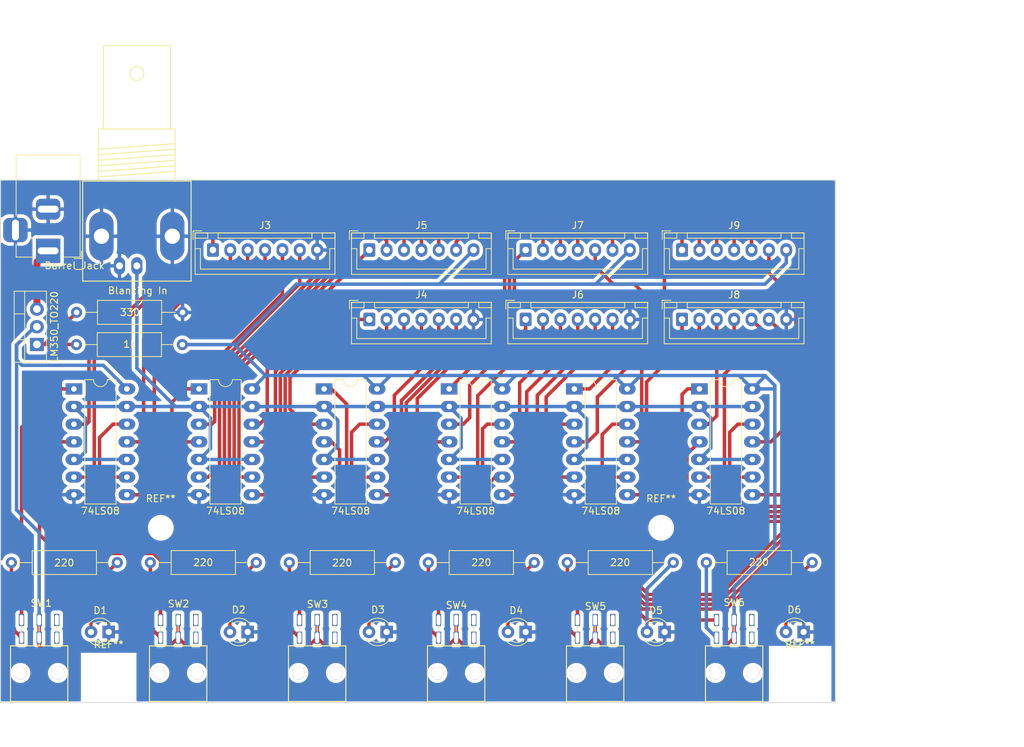
<source format=kicad_pcb>
(kicad_pcb (version 20221018) (generator pcbnew)
  (layers (0 "F.Cu" signal) (31 "B.Cu" signal) (34 "B.Paste" user) (35 "F.Paste" user) (36 "B.SilkS" user "B.Silkscreen") (37 "F.SilkS" user "F.Silkscreen") (38 "B.Mask" user) (39 "F.Mask" user) (44 "Edge.Cuts" user))
  (net 0 "")
  (net 1 "GNDREF")
  (net 2 "Net-(D1-Pad2)")
  (net 3 "Net-(D2-Pad2)")
  (net 4 "Net-(D3-Pad2)")
  (net 5 "Net-(D4-Pad2)")
  (net 6 "Net-(D5-Pad2)")
  (net 7 "Net-(D6-Pad2)")
  (net 8 "+9V")
  (net 9 "Blanking_In")
  (net 10 "Blanking_Out1")
  (net 11 "Blanking_Out2")
  (net 12 "Blanking_Out3")
  (net 13 "Blanking_Out4")
  (net 14 "Blanking_Out5")
  (net 15 "Blanking_Out6")
  (net 16 "Blanking_Out7")
  (net 17 "Blanking_Out8")
  (net 18 "Blanking_Out9")
  (net 19 "Blanking_Out10")
  (net 20 "Blanking_Out11")
  (net 21 "Blanking_Out12")
  (net 22 "On_7")
  (net 23 "On_8")
  (net 24 "On_9")
  (net 25 "On_10")
  (net 26 "On_11")
  (net 27 "On_12")
  (net 28 "5V")
  (net 29 "Blanking_Out13")
  (net 30 "Blanking_Out14")
  (net 31 "Blanking_Out15")
  (net 32 "Blanking_Out16")
  (net 33 "Blanking_Out17")
  (net 34 "Blanking_Out18")
  (net 35 "On_13")
  (net 36 "On_14")
  (net 37 "On_15")
  (net 38 "On_16")
  (net 39 "On_17")
  (net 40 "On_18")
  (net 41 "Blanking_Out19")
  (net 42 "Blanking_Out20")
  (net 43 "Blanking_Out21")
  (net 44 "Blanking_Out22")
  (net 45 "Blanking_Out23")
  (net 46 "Blanking_Out24")
  (net 47 "On_19")
  (net 48 "On_20")
  (net 49 "On_21")
  (net 50 "On_22")
  (net 51 "On_23")
  (net 52 "On_24")
  (net 53 "Net-(SW1-Pad4)")
  (net 54 "Net-(SW2-Pad4)")
  (net 55 "Net-(SW3-Pad4)")
  (net 56 "Net-(SW4-Pad4)")
  (net 57 "Net-(SW5-Pad4)")
  (net 58 "Net-(SW6-Pad4)")
  (net 59 "Net-(R98-Pad1)")
  (net 62 "On_1")
  (net 65 "On_2")
  (net 68 "On_3")
  (net 71 "On_4")
  (net 74 "On_5")
  (net 77 "On_6")
  (footprint "Resistor_THT:R_Axial_DIN0309_L9.0mm_D3.2mm_P15.24mm_Horizontal" (layer "F.Cu") (at 51 130)
    (fp_text reference "R2")
    (fp_text value "220")
  )
  (footprint "LED_THT:LED_D3.0mm" (layer "F.Cu") (at 65 140 180)
    (fp_text reference "D2")
    (fp_text value "LED")
  )
  (footprint "MountingHole:MountingHole_3.2mm_M3" (layer "F.Cu") (at 45 146)
    (fp_text reference "REF**")
    (fp_text value "MountingHole_3.2mm_M3")
  )
  (footprint "Package_DIP:DIP-14_W7.62mm_LongPads" (layer "F.Cu") (at 94 105)
    (fp_text reference "U4" hide)
    (fp_text value "74LS08")
  )
  (footprint "Maxime:maxi_DPDT_Angled" (layer "F.Cu") (at 115 150)
    (fp_text reference "SW5")
    (fp_text value "SW_Push_DPDT" hide)
  )
  (footprint "Resistor_THT:R_Axial_DIN0309_L9.0mm_D3.2mm_P15.24mm_Horizontal" (layer "F.Cu") (at 40.386 93.98)
    (fp_text reference "R99" hide)
    (fp_text value "330")
  )
  (footprint "LED_THT:LED_D3.0mm" (layer "F.Cu") (at 125 140 180)
    (fp_text reference "D5")
    (fp_text value "LED")
  )
  (footprint "LED_THT:LED_D3.0mm" (layer "F.Cu") (at 145 140 180)
    (fp_text reference "D6")
    (fp_text value "LED")
  )
  (footprint "Package_DIP:DIP-14_W7.62mm_LongPads" (layer "F.Cu") (at 112 105)
    (fp_text reference "U5" hide)
    (fp_text value "74LS08")
  )
  (footprint "Package_DIP:DIP-14_W7.62mm_LongPads" (layer "F.Cu") (at 58 105)
    (fp_text reference "U2" hide)
    (fp_text value "74LS08")
  )
  (footprint "Maxime:BNC_Socket_TYCO-AMP_LargePads" (layer "F.Cu") (at 49.06 82.27979)
    (fp_text reference "J2" hide)
    (fp_text value "Blanking In")
  )
  (footprint "Maxime:maxi_DPDT_Angled" (layer "F.Cu") (at 55 150)
    (fp_text reference "SW2")
    (fp_text value "SW_Push_DPDT" hide)
  )
  (footprint "Maxime:maxi_DPDT_Angled" (layer "F.Cu") (at 95 150)
    (fp_text reference "SW4")
    (fp_text value "SW_Push_DPDT" hide)
  )
  (footprint "Resistor_THT:R_Axial_DIN0309_L9.0mm_D3.2mm_P15.24mm_Horizontal" (layer "F.Cu") (at 40.36 98.62)
    (fp_text reference "R98" hide)
    (fp_text value "1k")
  )
  (footprint "Maxime:maxi_DPDT_Angled" (layer "F.Cu") (at 75 150)
    (fp_text reference "SW3")
    (fp_text value "SW_Push_DPDT" hide)
  )
  (footprint "Connector_JST:JST_XH_B7B-XH-A_1x07_P2.50mm_Vertical" (layer "F.Cu") (at 105 95)
    (fp_text reference "J6")
    (fp_text value "JST 7 ")
  )
  (footprint "Resistor_THT:R_Axial_DIN0309_L9.0mm_D3.2mm_P15.24mm_Horizontal" (layer "F.Cu") (at 91 130)
    (fp_text reference "R4")
    (fp_text value "220")
  )
  (footprint "Package_DIP:DIP-14_W7.62mm_LongPads" (layer "F.Cu") (at 40 105)
    (fp_text reference "U1" hide)
    (fp_text value "74LS08")
  )
  (footprint "Resistor_THT:R_Axial_DIN0309_L9.0mm_D3.2mm_P15.24mm_Horizontal" (layer "F.Cu") (at 71 130)
    (fp_text reference "R3")
    (fp_text value "220")
  )
  (footprint "MountingHole:MountingHole_3.2mm_M3" (layer "F.Cu") (at 144.5 146)
    (fp_text reference "REF**")
    (fp_text value "MountingHole_3.2mm_M3")
  )
  (footprint "LED_THT:LED_D3.0mm" (layer "F.Cu") (at 45 140 180)
    (fp_text reference "D1")
    (fp_text value "LED")
  )
  (footprint "MountingHole:MountingHole_3.2mm_M3" (layer "F.Cu") (at 52.5 125)
    (fp_text reference "REF**")
    (fp_text value "MountingHole_3.2mm_M3")
  )
  (footprint "Resistor_THT:R_Axial_DIN0309_L9.0mm_D3.2mm_P15.24mm_Horizontal" (layer "F.Cu") (at 111 130)
    (fp_text reference "R5")
    (fp_text value "220")
  )
  (footprint "Maxime:maxi_DPDT_Angled" (layer "F.Cu") (at 35 150)
    (fp_text reference "SW1")
    (fp_text value "SW_Push_DPDT" hide)
  )
  (footprint "Connector_JST:JST_XH_B7B-XH-A_1x07_P2.50mm_Vertical" (layer "F.Cu") (at 127.5 95)
    (fp_text reference "J8")
    (fp_text value "JST 7 ")
  )
  (footprint "MountingHole:MountingHole_3.2mm_M3" (layer "F.Cu") (at 124.5 125)
    (fp_text reference "REF**")
    (fp_text value "MountingHole_3.2mm_M3")
  )
  (footprint "Connector_JST:JST_XH_B7B-XH-A_1x07_P2.50mm_Vertical" (layer "F.Cu") (at 105 85)
    (fp_text reference "J7")
    (fp_text value "JST 7 ")
  )
  (footprint "Connector_BarrelJack:BarrelJack_Horizontal" (layer "F.Cu") (at 36.2875 85.12 -90)
    (fp_text reference "J1" hide)
    (fp_text value "Barrel_Jack")
  )
  (footprint "Connector_JST:JST_XH_B7B-XH-A_1x07_P2.50mm_Vertical" (layer "F.Cu") (at 127.5 85)
    (fp_text reference "J9")
    (fp_text value "JST 7 ")
  )
  (footprint "Connector_JST:JST_XH_B7B-XH-A_1x07_P2.50mm_Vertical" (layer "F.Cu") (at 60 85)
    (fp_text reference "J3")
    (fp_text value "JST 7 ")
  )
  (footprint "LED_THT:LED_D3.0mm" (layer "F.Cu") (at 105 140 180)
    (fp_text reference "D4")
    (fp_text value "LED")
  )
  (footprint "Resistor_THT:R_Axial_DIN0309_L9.0mm_D3.2mm_P15.24mm_Horizontal" (layer "F.Cu") (at 131 130)
    (fp_text reference "R6")
    (fp_text value "220")
  )
  (footprint "Package_DIP:DIP-14_W7.62mm_LongPads" (layer "F.Cu") (at 130 105)
    (fp_text reference "U6")
    (fp_text value "74LS08")
  )
  (footprint "Maxime:maxi_DPDT_Angled" (layer "F.Cu") (at 135 150)
    (fp_text reference "SW6")
    (fp_text value "SW_Push_DPDT" hide)
  )
  (footprint "LED_THT:LED_D3.0mm" (layer "F.Cu") (at 85 140 180)
    (fp_text reference "D3")
    (fp_text value "LED")
  )
  (footprint "Connector_JST:JST_XH_B7B-XH-A_1x07_P2.50mm_Vertical" (layer "F.Cu") (at 82.5 95)
    (fp_text reference "J4")
    (fp_text value "JST 7 ")
  )
  (footprint "Package_DIP:DIP-14_W7.62mm_LongPads" (layer "F.Cu") (at 76 105)
    (fp_text reference "U3" hide)
    (fp_text value "74LS08")
  )
  (footprint "Package_TO_SOT_THT:TO-220-3_Vertical" (layer "F.Cu") (at 34.675 98.59 90)
    (fp_text reference "U0")
    (fp_text value "LM350_TO220")
  )
  (footprint "Connector_JST:JST_XH_B7B-XH-A_1x07_P2.50mm_Vertical" (layer "F.Cu") (at 82.5 85)
    (fp_text reference "J5")
    (fp_text value "JST 7 ")
  )
  (footprint "Resistor_THT:R_Axial_DIN0309_L9.0mm_D3.2mm_P15.24mm_Horizontal" (layer "F.Cu") (at 31 130)
    (fp_text reference "R1")
    (fp_text value "220")
  )
  (gr_rect (start 29.4132 74.93) (end 149.606 150.1648) (stroke (width 0.1)) (fill none) (layer "Edge.Cuts"))
  (segment (start 42.46 133.78) (end 46.24 130) (width 0.5) (layer "F.Cu") (net 2))
  (segment (start 42.46 140) (end 42.46 133.78) (width 0.5) (layer "F.Cu") (net 2))
  (segment (start 62.46 140) (end 62.46 133.78) (width 0.5) (layer "F.Cu") (net 3))
  (segment (start 62.46 133.78) (end 66.24 130) (width 0.5) (layer "F.Cu") (net 3))
  (segment (start 82.46 140) (end 82.46 133.78) (width 0.5) (layer "F.Cu") (net 4))
  (segment (start 82.46 133.78) (end 86.24 130) (width 0.5) (layer "F.Cu") (net 4))
  (segment (start 102.46 140) (end 102.46 133.78) (width 0.5) (layer "F.Cu") (net 5))
  (segment (start 102.46 133.78) (end 106.24 130) (width 0.5) (layer "F.Cu") (net 5))
  (segment (start 122.46 133.78) (end 126.24 130) (width 0.5) (layer "B.Cu") (net 6))
  (segment (start 122.46 140) (end 122.46 133.78) (width 0.5) (layer "B.Cu") (net 6))
  (segment (start 142.46 140) (end 142.46 133.78) (width 0.5) (layer "F.Cu") (net 7))
  (segment (start 142.46 133.78) (end 146.24 130) (width 0.5) (layer "F.Cu") (net 7))
  (segment (start 34.675 86.7325) (end 36.2875 85.12) (width 1) (layer "F.Cu") (net 8))
  (segment (start 34.675 93.51) (end 34.675 86.7325) (width 1) (layer "F.Cu") (net 8))
  (segment (start 94 115.16) (end 101.62 115.16) (width 0.5) (layer "B.Cu") (net 9))
  (segment (start 94 107.54) (end 95.719 109.259) (width 0.5) (layer "B.Cu") (net 9))
  (segment (start 76 115.16) (end 83.62 115.16) (width 0.5) (layer "B.Cu") (net 9))
  (segment (start 59.64952 113.57848) (end 59.64952 109.18952) (width 0.5) (layer "B.Cu") (net 9))
  (segment (start 94 115.16) (end 94.058 115.16) (width 0.5) (layer "B.Cu") (net 9))
  (segment (start 113.792 113.368) (end 112 115.16) (width 0.5) (layer "B.Cu") (net 9))
  (segment (start 131.64952 113.51048) (end 130 115.16) (width 0.5) (layer "B.Cu") (net 9))
  (segment (start 47.62 115.16) (end 40 115.16) (width 0.5) (layer "B.Cu") (net 9))
  (segment (start 41.64952 114.05248) (end 41.64952 109.18952) (width 0.5) (layer "B.Cu") (net 9))
  (segment (start 113.792 109.332) (end 113.792 113.368) (width 0.5) (layer "B.Cu") (net 9))
  (segment (start 40 115.16) (end 40.542 115.16) (width 0.5) (layer "B.Cu") (net 9))
  (segment (start 77.978 113.182) (end 77.978 109.518) (width 0.5) (layer "B.Cu") (net 9))
  (segment (start 77.978 109.518) (end 76 107.54) (width 0.5) (layer "B.Cu") (net 9))
  (segment (start 93.374 107.54) (end 95 107.54) (width 0.5) (layer "B.Cu") (net 9))
  (segment (start 47.62 107.54) (end 40 107.54) (width 0.5) (layer "B.Cu") (net 9))
  (segment (start 101.62 107.54) (end 94 107.54) (width 0.5) (layer "B.Cu") (net 9))
  (segment (start 95.719 109.259) (end 95.719 113.499) (width 0.5) (layer "B.Cu") (net 9))
  (segment (start 49.06 102) (end 54.6 107.54) (width 0.5) (layer "B.Cu") (net 9))
  (segment (start 130 107.54) (end 119.62 107.54) (width 0.5) (layer "B.Cu") (net 9))
  (segment (start 58 115.16) (end 65.62 115.16) (width 0.5) (layer "B.Cu") (net 9))
  (segment (start 131.64952 109.18952) (end 131.64952 113.51048) (width 0.5) (layer "B.Cu") (net 9))
  (segment (start 130 115.16) (end 137.62 115.16) (width 0.5) (layer "B.Cu") (net 9))
  (segment (start 40.542 115.16) (end 41.64952 114.05248) (width 0.5) (layer "B.Cu") (net 9))
  (segment (start 94.058 115.16) (end 95.719 113.499) (width 0.5) (layer "B.Cu") (net 9))
  (segment (start 130 107.54) (end 131.64952 109.18952) (width 0.5) (layer "B.Cu") (net 9))
  (segment (start 112 107.54) (end 101.62 107.54) (width 0.5) (layer "B.Cu") (net 9))
  (segment (start 76 115.16) (end 77.978 113.182) (width 0.5) (layer "B.Cu") (net 9))
  (segment (start 41.64952 109.18952) (end 40 107.54) (width 0.5) (layer "B.Cu") (net 9))
  (segment (start 112 107.54) (end 113.792 109.332) (width 0.5) (layer "B.Cu") (net 9))
  (segment (start 59.64952 109.18952) (end 59.304 108.844) (width 0.5) (layer "B.Cu") (net 9))
  (segment (start 58 107.54) (end 47.62 107.54) (width 0.5) (layer "B.Cu") (net 9))
  (segment (start 65.62 107.54) (end 58 107.54) (width 0.5) (layer "B.Cu") (net 9))
  (segment (start 94 107.54) (end 83.62 107.54) (width 0.5) (layer "B.Cu") (net 9))
  (segment (start 76 107.54) (end 65.62 107.54) (width 0.5) (layer "B.Cu") (net 9))
  (segment (start 58.068 115.16) (end 59.64952 113.57848) (width 0.5) (layer "B.Cu") (net 9))
  (segment (start 130 107.54) (end 137.62 107.54) (width 0.5) (layer "B.Cu") (net 9))
  (segment (start 82.62 115.16) (end 84.172 115.16) (width 0.5) (layer "B.Cu") (net 9))
  (segment (start 58 115.16) (end 58.068 115.16) (width 0.5) (layer "B.Cu") (net 9))
  (segment (start 112 115.16) (end 119.62 115.16) (width 0.5) (layer "B.Cu") (net 9))
  (segment (start 82.62 107.54) (end 83.918 107.54) (width 0.5) (layer "B.Cu") (net 9))
  (segment (start 76 107.54) (end 83.62 107.54) (width 0.5) (layer "B.Cu") (net 9))
  (segment (start 62.62 115.16) (end 64.164 115.16) (width 0.5) (layer "B.Cu") (net 9))
  (segment (start 49.06 87.28105) (end 49.06 102) (width 0.5) (layer "B.Cu") (net 9))
  (segment (start 119.62 107.54) (end 112 107.54) (width 0.5) (layer "B.Cu") (net 9))
  (segment (start 58 107.54) (end 59.304 108.844) (width 0.5) (layer "B.Cu") (net 9))
  (segment (start 95 115.16) (end 93.57 115.16) (width 0.5) (layer "B.Cu") (net 9))
  (segment (start 54.6 107.54) (end 58 107.54) (width 0.5) (layer "B.Cu") (net 9))
  (segment (start 51.054 78.994) (end 52.07 77.978) (width 0.5) (layer "F.Cu") (net 10))
  (segment (start 52.07 77.978) (end 58.928 77.978) (width 0.5) (layer "F.Cu") (net 10))
  (segment (start 40.85848 110.08) (end 40 110.08) (width 0.5) (layer "F.Cu") (net 10))
  (segment (start 58.928 77.978) (end 60 79.05) (width 0.5) (layer "F.Cu") (net 10))
  (segment (start 51.054 90.678) (end 51.054 78.994) (width 0.5) (layer "F.Cu") (net 10))
  (segment (start 41.812 110.08) (end 40 110.08) (width 0.5) (layer "F.Cu") (net 10))
  (segment (start 42.164 99.568) (end 42.164 109.728) (width 0.5) (layer "F.Cu") (net 10))
  (segment (start 42.291 99.441) (end 42.164 99.568) (width 0.5) (layer "F.Cu") (net 10))
  (segment (start 42.291 99.441) (end 51.054 90.678) (width 0.5) (layer "F.Cu") (net 10))
  (segment (start 42.164 109.728) (end 41.812 110.08) (width 0.5) (layer "F.Cu") (net 10))
  (segment (start 60 79.05) (end 60 85) (width 0.5) (layer "F.Cu") (net 10))
  (segment (start 61.214 87.884) (end 62.5 86.598) (width 0.5) (layer "F.Cu") (net 11))
  (segment (start 42.066 117.7) (end 42.926 116.84) (width 0.5) (layer "F.Cu") (net 11))
  (segment (start 42.926 116.84) (end 42.926 99.822) (width 0.5) (layer "F.Cu") (net 11))
  (segment (start 62.5 86.598) (end 62.5 85) (width 0.5) (layer "F.Cu") (net 11))
  (segment (start 54.83727 87.884) (end 61.214 87.884) (width 0.5) (layer "F.Cu") (net 11))
  (segment (start 42.912635 99.808635) (end 54.83727 87.884) (width 0.5) (layer "F.Cu") (net 11))
  (segment (start 40 117.7) (end 42.066 117.7) (width 0.5) (layer "F.Cu") (net 11))
  (segment (start 42.926 99.822) (end 42.912635 99.808635) (width 0.5) (layer "F.Cu") (net 11))
  (segment (start 49.432 112.62) (end 50.038 112.014) (width 0.5) (layer "F.Cu") (net 12))
  (segment (start 65 87.4) (end 65 85) (width 0.5) (layer "F.Cu") (net 12))
  (segment (start 50.038 97.800924) (end 55.636924 92.202) (width 0.5) (layer "F.Cu") (net 12))
  (segment (start 60.198 92.202) (end 65 87.4) (width 0.5) (layer "F.Cu") (net 12))
  (segment (start 55.636924 92.202) (end 60.198 92.202) (width 0.5) (layer "F.Cu") (net 12))
  (segment (start 47.62 112.62) (end 49.432 112.62) (width 0.5) (layer "F.Cu") (net 12))
  (segment (start 50.038 112.014) (end 50.038 97.800924) (width 0.5) (layer "F.Cu") (net 12))
  (segment (start 67.5 87.82) (end 67.5 85) (width 0.5) (layer "F.Cu") (net 13))
  (segment (start 50.448 120.24) (end 51.562 119.126) (width 0.5) (layer "F.Cu") (net 13))
  (segment (start 59.054 96.266) (end 67.5 87.82) (width 0.5) (layer "F.Cu") (net 13))
  (segment (start 47.62 120.24) (end 50.448 120.24) (width 0.5) (layer "F.Cu") (net 13))
  (segment (start 51.562 99.06) (end 54.356 96.266) (width 0.5) (layer "F.Cu") (net 13))
  (segment (start 51.562 119.126) (end 51.562 99.06) (width 0.5) (layer "F.Cu") (net 13))
  (segment (start 54.356 96.266) (end 59.054 96.266) (width 0.5) (layer "F.Cu") (net 13))
  (segment (start 70 91.34346) (end 70 85) (width 0.5) (layer "F.Cu") (net 14))
  (segment (start 60.256401 109.669599) (end 60.256401 101.087059) (width 0.5) (layer "F.Cu") (net 14))
  (segment (start 59.846 110.08) (end 60.256401 109.669599) (width 0.5) (layer "F.Cu") (net 14))
  (segment (start 60.256401 101.087059) (end 70 91.34346) (width 0.5) (layer "F.Cu") (net 14))
  (segment (start 58 110.08) (end 59.846 110.08) (width 0.5) (layer "F.Cu") (net 14))
  (segment (start 59.338 117.7) (end 60.955921 116.082079) (width 0.5) (layer "F.Cu") (net 15))
  (segment (start 58 117.7) (end 59.338 117.7) (width 0.5) (layer "F.Cu") (net 15))
  (segment (start 60.95592 101.37681) (end 60.955921 116.082079) (width 0.5) (layer "F.Cu") (net 15))
  (segment (start 72.5 85) (end 72.5 89.83273) (width 0.5) (layer "F.Cu") (net 15))
  (segment (start 72.5 89.83273) (end 60.95592 101.37681) (width 0.5) (layer "F.Cu") (net 15))
  (segment (start 68.99552 111.34448) (end 67.72 112.62) (width 0.5) (layer "F.Cu") (net 16))
  (segment (start 68.99552 102.46248) (end 68.99552 111.34448) (width 0.5) (layer "F.Cu") (net 16))
  (segment (start 82.5 95) (end 76.458 95) (width 0.5) (layer "F.Cu") (net 16))
  (segment (start 76.458 95) (end 68.99552 102.46248) (width 0.5) (layer "F.Cu") (net 16))
  (segment (start 67.72 112.62) (end 65.62 112.62) (width 0.5) (layer "F.Cu") (net 16))
  (segment (start 65.62 120.24) (end 68.228 120.24) (width 0.5) (layer "F.Cu") (net 17))
  (segment (start 69.69504 102.75223) (end 73.89527 98.552) (width 0.5) (layer "F.Cu") (net 17))
  (segment (start 68.228 120.24) (end 69.69504 118.77296) (width 0.5) (layer "F.Cu") (net 17))
  (segment (start 85 96.864) (end 85 95) (width 0.5) (layer "F.Cu") (net 17))
  (segment (start 73.89527 98.552) (end 83.312 98.552) (width 0.5) (layer "F.Cu") (net 17))
  (segment (start 83.312 98.552) (end 85 96.864) (width 0.5) (layer "F.Cu") (net 17))
  (segment (start 69.69504 118.77296) (end 69.69504 102.75223) (width 0.5) (layer "F.Cu") (net 17))
  (segment (start 70.39456 116.29544) (end 70.39456 103.04198) (width 0.5) (layer "F.Cu") (net 18))
  (segment (start 85.592 99.314) (end 87.5 97.406) (width 0.5) (layer "F.Cu") (net 18))
  (segment (start 70.39456 103.04198) (end 74.12254 99.314) (width 0.5) (layer "F.Cu") (net 18))
  (segment (start 87.5 97.406) (end 87.5 95) (width 0.5) (layer "F.Cu") (net 18))
  (segment (start 71.79912 117.7) (end 70.39456 116.29544) (width 0.5) (layer "F.Cu") (net 18))
  (segment (start 76 117.7) (end 71.79912 117.7) (width 0.5) (layer "F.Cu") (net 18))
  (segment (start 74.12254 99.314) (end 85.592 99.314) (width 0.5) (layer "F.Cu") (net 18))
  (segment (start 90 95) (end 90 97.112) (width 0.5) (layer "F.Cu") (net 19))
  (segment (start 87.098481 100.013519) (end 74.412291 100.013519) (width 0.5) (layer "F.Cu") (net 19))
  (segment (start 71.09408 103.33173) (end 71.09408 107.92408) (width 0.5) (layer "F.Cu") (net 19))
  (segment (start 73.25 110.08) (end 76 110.08) (width 0.5) (layer "F.Cu") (net 19))
  (segment (start 74.412291 100.013519) (end 71.09408 103.33173) (width 0.5) (layer "F.Cu") (net 19))
  (segment (start 71.09408 107.92408) (end 73.25 110.08) (width 0.5) (layer "F.Cu") (net 19))
  (segment (start 90 97.112) (end 87.098481 100.013519) (width 0.5) (layer "F.Cu") (net 19))
  (segment (start 86.106 105.918) (end 86.106 111.252) (width 0.5) (layer "F.Cu") (net 20))
  (segment (start 84.738 112.62) (end 83.62 112.62) (width 0.5) (layer "F.Cu") (net 20))
  (segment (start 92.5 99.524) (end 86.106 105.918) (width 0.5) (layer "F.Cu") (net 20))
  (segment (start 86.106 111.252) (end 84.738 112.62) (width 0.5) (layer "F.Cu") (net 20))
  (segment (start 92.5 95) (end 92.5 99.524) (width 0.5) (layer "F.Cu") (net 20))
  (segment (start 86.262 120.24) (end 83.62 120.24) (width 0.5) (layer "F.Cu") (net 21))
  (segment (start 87.122 106.68) (end 87.122 119.38) (width 0.5) (layer "F.Cu") (net 21))
  (segment (start 95 98.802) (end 87.122 106.68) (width 0.5) (layer "F.Cu") (net 21))
  (segment (start 87.122 119.38) (end 86.262 120.24) (width 0.5) (layer "F.Cu") (net 21))
  (segment (start 95 95) (end 95 98.802) (width 0.5) (layer "F.Cu") (net 21))
  (segment (start 67.818 99.682) (end 67.818 108.966) (width 0.5) (layer "F.Cu") (net 22))
  (segment (start 82.5 85) (end 67.818 99.682) (width 0.5) (layer "F.Cu") (net 22))
  (segment (start 66.704 110.08) (end 65.62 110.08) (width 0.5) (layer "F.Cu") (net 22))
  (segment (start 67.818 108.966) (end 66.704 110.08) (width 0.5) (layer "F.Cu") (net 22))
  (segment (start 85 85) (end 85 83.656) (width 0.5) (layer "F.Cu") (net 23))
  (segment (start 81.534 82.804) (end 80.772 83.566) (width 0.5) (layer "F.Cu") (net 23))
  (segment (start 80.772 83.566) (end 80.772 85.51781) (width 0.5) (layer "F.Cu") (net 23))
  (segment (start 78.572905 87.716905) (end 63.754 102.53581) (width 0.5) (layer "F.Cu") (net 23))
  (segment (start 63.754 117.348) (end 64.106 117.7) (width 0.5) (layer "F.Cu") (net 23))
  (segment (start 78.572905 87.716905) (end 78.80656 87.48325) (width 0.5) (layer "F.Cu") (net 23))
  (segment (start 84.148 82.804) (end 81.534 82.804) (width 0.5) (layer "F.Cu") (net 23))
  (segment (start 63.754 102.53581) (end 63.754 117.348) (width 0.5) (layer "F.Cu") (net 23))
  (segment (start 80.772 85.51781) (end 78.572905 87.716905) (width 0.5) (layer "F.Cu") (net 23))
  (segment (start 64.106 117.7) (end 65.62 117.7) (width 0.5) (layer "F.Cu") (net 23))
  (segment (start 85 83.656) (end 84.148 82.804) (width 0.5) (layer "F.Cu") (net 23))
  (segment (start 63.05448 120.96648) (end 64.77 122.682) (width 0.5) (layer "F.Cu") (net 24))
  (segment (start 81.244249 82.104481) (end 79.98327 83.36546) (width 0.5) (layer "F.Cu") (net 24))
  (segment (start 79.98327 85.31727) (end 63.05448 102.24606) (width 0.5) (layer "F.Cu") (net 24))
  (segment (start 64.77 122.682) (end 76.708 122.682) (width 0.5) (layer "F.Cu") (net 24))
  (segment (start 79.98327 83.36546) (end 79.98327 85.31727) (width 0.5) (layer "F.Cu") (net 24))
  (segment (start 78.232 121.158) (end 78.232 113.792) (width 0.5) (layer "F.Cu") (net 24))
  (segment (start 63.05448 102.24606) (end 63.05448 120.96648) (width 0.5) (layer "F.Cu") (net 24))
  (segment (start 87.5 83.182) (end 86.422481 82.104481) (width 0.5) (layer "F.Cu") (net 24))
  (segment (start 86.422481 82.104481) (end 81.244249 82.104481) (width 0.5) (layer "F.Cu") (net 24))
  (segment (start 78.232 113.792) (end 77.06 112.62) (width 0.5) (layer "F.Cu") (net 24))
  (segment (start 87.5 85) (end 87.5 83.182) (width 0.5) (layer "F.Cu") (net 24))
  (segment (start 77.06 112.62) (end 76 112.62) (width 0.5) (layer "F.Cu") (net 24))
  (segment (start 76.708 122.682) (end 78.232 121.158) (width 0.5) (layer "F.Cu") (net 24))
  (segment (start 76.806 112.62) (end 75 112.62) (width 0.5) (layer "F.Cu") (net 24))
  (segment (start 75 105) (end 76.806 105) (width 0.5) (layer "F.Cu") (net 25))
  (segment (start 79.248 121.13127) (end 79.248 107.188) (width 0.5) (layer "F.Cu") (net 25))
  (segment (start 76.997751 123.381519) (end 79.248 121.13127) (width 0.5) (layer "F.Cu") (net 25))
  (segment (start 77.075635 87.235635) (end 77.40752 86.90375) (width 0.5) (layer "F.Cu") (net 25))
  (segment (start 90 85) (end 90 82.38) (width 0.5) (layer "F.Cu") (net 25))
  (segment (start 65.594481 123.381519) (end 76.997751 123.381519) (width 0.5) (layer "F.Cu") (net 25))
  (segment (start 90 82.38) (end 89.024961 81.404961) (width 0.5) (layer "F.Cu") (net 25))
  (segment (start 64.48025 123.38152) (end 65.594481 123.381519) (width 0.5) (layer "F.Cu") (net 25))
  (segment (start 77.06 105) (end 76 105) (width 0.5) (layer "F.Cu") (net 25))
  (segment (start 62.35496 101.95631) (end 62.35496 121.25623) (width 0.5) (layer "F.Cu") (net 25))
  (segment (start 89.024961 81.404961) (end 80.954499 81.404961) (width 0.5) (layer "F.Cu") (net 25))
  (segment (start 79.248 107.188) (end 77.06 105) (width 0.5) (layer "F.Cu") (net 25))
  (segment (start 79.234635 83.124825) (end 79.234635 85.076635) (width 0.5) (layer "F.Cu") (net 25))
  (segment (start 62.35496 121.25623) (end 64.48025 123.38152) (width 0.5) (layer "F.Cu") (net 25))
  (segment (start 79.234635 85.076635) (end 77.075635 87.235635) (width 0.5) (layer "F.Cu") (net 25))
  (segment (start 77.075635 87.235635) (end 62.35496 101.95631) (width 0.5) (layer "F.Cu") (net 25))
  (segment (start 80.954499 81.404961) (end 79.234635 83.124825) (width 0.5) (layer "F.Cu") (net 25))
  (segment (start 80.664749 80.705441) (end 78.535116 82.835074) (width 0.5) (layer "F.Cu") (net 26))
  (segment (start 79.94752 111.252) (end 81.11952 110.08) (width 0.5) (layer "F.Cu") (net 26))
  (segment (start 92.5 85) (end 92.5 82.252) (width 0.5) (layer "F.Cu") (net 26))
  (segment (start 78.535115 84.786885) (end 61.65544 101.66656) (width 0.5) (layer "F.Cu") (net 26))
  (segment (start 78.535116 82.835074) (end 78.535115 84.786885) (width 0.5) (layer "F.Cu") (net 26))
  (segment (start 81.11952 110.08) (end 83.62 110.08) (width 0.5) (layer "F.Cu") (net 26))
  (segment (start 79.94752 121.42102) (end 79.94752 111.252) (width 0.5) (layer "F.Cu") (net 26))
  (segment (start 64.1905 124.08104) (end 77.287501 124.081039) (width 0.5) (layer "F.Cu") (net 26))
  (segment (start 90.953441 80.705441) (end 80.664749 80.705441) (width 0.5) (layer "F.Cu") (net 26))
  (segment (start 77.287501 124.081039) (end 79.94752 121.42102) (width 0.5) (layer "F.Cu") (net 26))
  (segment (start 61.65544 101.66656) (end 61.65544 121.54598) (width 0.5) (layer "F.Cu") (net 26))
  (segment (start 61.65544 121.54598) (end 64.1905 124.08104) (width 0.5) (layer "F.Cu") (net 26))
  (segment (start 92.5 82.252) (end 90.953441 80.705441) (width 0.5) (layer "F.Cu") (net 26))
  (segment (start 80.772 121.158) (end 80.772 118.364) (width 0.5) (layer "F.Cu") (net 27))
  (segment (start 96.52 82.296) (end 95 83.816) (width 0.5) (layer "F.Cu") (net 27))
  (segment (start 100.076 94.742) (end 87.82152 106.99648) (width 0.5) (layer "F.Cu") (net 27))
  (segment (start 85.09 122.682) (end 82.296 122.682) (width 0.5) (layer "F.Cu") (net 27))
  (segment (start 81.436 117.7) (end 83.62 117.7) (width 0.5) (layer "F.Cu") (net 27))
  (segment (start 101.97896 83.94496) (end 100.33 82.296) (width 0.5) (layer "F.Cu") (net 27))
  (segment (start 87.82152 119.95048) (end 85.09 122.682) (width 0.5) (layer "F.Cu") (net 27))
  (segment (start 100.076 94.742) (end 100.897458 93.920542) (width 0.5) (layer "F.Cu") (net 27))
  (segment (start 101.97896 92.83904) (end 101.97896 83.94496) (width 0.5) (layer "F.Cu") (net 27))
  (segment (start 100.33 82.296) (end 96.52 82.296) (width 0.5) (layer "F.Cu") (net 27))
  (segment (start 100.076 94.742) (end 101.97896 92.83904) (width 0.5) (layer "F.Cu") (net 27))
  (segment (start 82.296 122.682) (end 80.772 121.158) (width 0.5) (layer "F.Cu") (net 27))
  (segment (start 87.82152 106.99648) (end 87.82152 119.95048) (width 0.5) (layer "F.Cu") (net 27))
  (segment (start 80.772 118.364) (end 81.436 117.7) (width 0.5) (layer "F.Cu") (net 27))
  (segment (start 95 83.816) (end 95 85) (width 0.5) (layer "F.Cu") (net 27))
  (segment (start 51.256 143.256) (end 50 142) (width 0.5) (layer "F.Cu") (net 28))
  (segment (start 72.564 143.256) (end 77.436 143.256) (width 0.5) (layer "F.Cu") (net 28))
  (segment (start 135 138.28) (end 135 140.82) (width 0.5) (layer "F.Cu") (net 28))
  (segment (start 52.564 143.256) (end 51.256 143.256) (width 0.5) (layer "F.Cu") (net 28))
  (segment (start 92.637 143.183) (end 95 140.82) (width 0.5) (layer "F.Cu") (net 28))
  (segment (start 52.564 143.256) (end 55 140.82) (width 0.5) (layer "F.Cu") (net 28))
  (segment (start 72.564 143.256) (end 75 140.82) (width 0.5) (layer "F.Cu") (net 28))
  (segment (start 35 141.934) (end 35 140.82) (width 0.5) (layer "F.Cu") (net 28))
  (segment (start 77.436 143.256) (end 92.564 143.256) (width 0.5) (layer "F.Cu") (net 28))
  (segment (start 95 138.28) (end 95 140.82) (width 0.5) (layer "F.Cu") (net 28))
  (segment (start 117.363 143.183) (end 118.291 143.183) (width 0.5) (layer "F.Cu") (net 28))
  (segment (start 118.291 143.183) (end 132.637 143.183) (width 0.5) (layer "F.Cu") (net 28))
  (segment (start 41 142) (end 39.744 143.256) (width 0.5) (layer "F.Cu") (net 28))
  (segment (start 39.744 143.256) (end 36.322 143.256) (width 0.5) (layer "F.Cu") (net 28))
  (segment (start 50 142) (end 41 142) (width 0.5) (layer "F.Cu") (net 28))
  (segment (start 95 140.82) (end 97.363 143.183) (width 0.5) (layer "F.Cu") (net 28))
  (segment (start 92.564 143.256) (end 92.637 143.183) (width 0.5) (layer "F.Cu") (net 28))
  (segment (start 57.436 143.256) (end 72.564 143.256) (width 0.5) (layer "F.Cu") (net 28))
  (segment (start 115 140.82) (end 117.363 143.183) (width 0.5) (layer "F.Cu") (net 28))
  (segment (start 115 138.28) (end 115 140.82) (width 0.5) (layer "F.Cu") (net 28))
  (segment (start 115 140.82) (end 112.637 143.183) (width 0.5) (layer "F.Cu") (net 28))
  (segment (start 92.637 143.183) (end 99.241 143.183) (width 0.5) (layer "F.Cu") (net 28))
  (segment (start 97.363 143.183) (end 99.241 143.183) (width 0.5) (layer "F.Cu") (net 28))
  (segment (start 99.241 143.183) (end 111.833 143.183) (width 0.5) (layer "F.Cu") (net 28))
  (segment (start 35 138.28) (end 35 140.82) (width 0.5) (layer "F.Cu") (net 28))
  (segment (start 55 140.82) (end 57.436 143.256) (width 0.5) (layer "F.Cu") (net 28))
  (segment (start 36.322 143.256) (end 35 141.934) (width 0.5) (layer "F.Cu") (net 28))
  (segment (start 75 138.28) (end 75 140.82) (width 0.5) (layer "F.Cu") (net 28))
  (segment (start 112.637 143.183) (end 111.833 143.183) (width 0.5) (layer "F.Cu") (net 28))
  (segment (start 52.564 143.256) (end 57.436 143.256) (width 0.5) (layer "F.Cu") (net 28))
  (segment (start 55 138.28) (end 55 140.82) (width 0.5) (layer "F.Cu") (net 28))
  (segment (start 75 140.82) (end 77.436 143.256) (width 0.5) (layer "F.Cu") (net 28))
  (segment (start 132.637 143.183) (end 135 140.82) (width 0.5) (layer "F.Cu") (net 28))
  (segment (start 111.833 143.183) (end 118.291 143.183) (width 0.5) (layer "F.Cu") (net 28))
  (segment (start 87.376 89.916) (end 72.018 89.916) (width 0.5) (layer "B.Cu") (net 28))
  (segment (start 63.11 98.62) (end 55.6 98.62) (width 0.5) (layer "B.Cu") (net 28))
  (segment (start 72.018 89.916) (end 63.314 98.62) (width 0.5) (layer "B.Cu") (net 28))
  (segment (start 139.415 103.065) (end 140.857 104.507) (width 0.5) (layer "B.Cu") (net 28))
  (segment (start 134.815 103.065) (end 135.685 103.065) (width 0.5) (layer "B.Cu") (net 28))
  (segment (start 140.857 105.015) (end 140.857 127.621) (width 0.5) (layer "B.Cu") (net 28))
  (segment (start 121.725 103.065) (end 134.815 103.065) (width 0.5) (layer "B.Cu") (net 28))
  (segment (start 87.376 89.916) (end 113.792 89.916) (width 0.5) (layer "B.Cu") (net 28))
  (segment (start 119.62 105) (end 121.555 103.065) (width 0.5) (layer "B.Cu") (net 28))
  (segment (start 92.584 89.916) (end 97.5 85) (width 0.5) (layer "B.Cu") (net 28))
  (segment (start 104.589 103.065) (end 107.891 103.065) (width 0.5) (layer "B.Cu") (net 28))
  (segment (start 121.555 103.065) (end 121.725 103.065) (width 0.5) (layer "B.Cu") (net 28))
  (segment (start 99.119 103.065) (end 99.685 103.065) (width 0.5) (layer "B.Cu") (net 28))
  (segment (start 139.446 89.916) (end 142.5 86.862) (width 0.5) (layer "B.Cu") (net 28))
  (segment (start 71.569 103.065) (end 75.633 103.065) (width 0.5) (layer "B.Cu") (net 28))
  (segment (start 34.363478 96.05) (end 34.675 96.05) (width 0.5) (layer "B.Cu") (net 28))
  (segment (start 44.22 101.6) (end 47.62 105) (width 0.5) (layer "B.Cu") (net 28))
  (segment (start 107.891 103.065) (end 121.725 103.065) (width 0.5) (layer "B.Cu") (net 28))
  (segment (start 135 133.478) (end 135 138.28) (width 0.5) (layer "B.Cu") (net 28))
  (segment (start 85.555 103.065) (end 85.657 103.065) (width 0.5) (layer "B.Cu") (net 28))
  (segment (start 139.415 103.205) (end 137.62 105) (width 0.5) (layer "B.Cu") (net 28))
  (segment (start 81.685 103.065) (end 85.657 103.065) (width 0.5) (layer "B.Cu") (net 28))
  (segment (start 115.084 89.916) (end 120 85) (width 0.5) (layer "B.Cu") (net 28))
  (segment (start 31.75 100.838) (end 32.512 101.6) (width 0.5) (layer "B.Cu") (net 28))
  (segment (start 139.415 103.065) (end 139.415 103.205) (width 0.5) (layer "B.Cu") (net 28))
  (segment (start 67.555 103.065) (end 63.11 98.62) (width 0.5) (layer "B.Cu") (net 28))
  (segment (start 113.792 89.916) (end 115.084 89.916) (width 0.5) (layer "B.Cu") (net 28))
  (segment (start 31.75 98.806) (end 31.75 98.663478) (width 0.5) (layer "B.Cu") (net 28))
  (segment (start 113.792 89.916) (end 139.446 89.916) (width 0.5) (layer "B.Cu") (net 28))
  (segment (start 117.685 103.065) (end 107.891 103.065) (width 0.5) (layer "B.Cu") (net 28))
  (segment (start 31.75 98.663478) (end 34.363478 96.05) (width 0.5) (layer "B.Cu") (net 28))
  (segment (start 104.589 103.065) (end 103.555 103.065) (width 0.5) (layer "B.Cu") (net 28))
  (segment (start 75.633 103.065) (end 79.443 103.065) (width 0.5) (layer "B.Cu") (net 28))
  (segment (start 69.537 103.065) (end 71.569 103.065) (width 0.5) (layer "B.Cu") (net 28))
  (segment (start 32.512 101.6) (end 44.22 101.6) (width 0.5) (layer "B.Cu") (net 28))
  (segment (start 119.62 105) (end 117.685 103.065) (width 0.5) (layer "B.Cu") (net 28))
  (segment (start 99.685 103.065) (end 101.62 105) (width 0.5) (layer "B.Cu") (net 28))
  (segment (start 35 125.678) (end 31.75 122.428) (width 0.5) (layer "B.Cu") (net 28))
  (segment (start 31.75 122.428) (end 31.75 98.806) (width 0.5) (layer "B.Cu") (net 28))
  (segment (start 83.62 105) (end 85.555 103.065) (width 0.5) (layer "B.Cu") (net 28))
  (segment (start 71.569 103.065) (end 67.555 103.065) (width 0.5) (layer "B.Cu") (net 28))
  (segment (start 99.119 103.065) (end 104.589 103.065) (width 0.5) (layer "B.Cu") (net 28))
  (segment (start 142.5 86.862) (end 142.5 85) (width 0.5) (layer "B.Cu") (net 28))
  (segment (start 81.685 103.065) (end 75.633 103.065) (width 0.5) (layer "B.Cu") (net 28))
  (segment (start 140.842 105) (end 140.857 105.015) (width 0.5) (layer "B.Cu") (net 28))
  (segment (start 35 138.28) (end 35 125.678) (width 0.5) (layer "B.Cu") (net 28))
  (segment (start 135.685 103.065) (end 137.62 105) (width 0.5) (layer "B.Cu") (net 28))
  (segment (start 83.62 105) (end 81.685 103.065) (width 0.5) (layer "B.Cu") (net 28))
  (segment (start 67.555 103.065) (end 65.62 105) (width 0.5) (layer "B.Cu") (net 28))
  (segment (start 140.857 104.507) (end 140.857 105.015) (width 0.5) (layer "B.Cu") (net 28))
  (segment (start 134.815 103.065) (end 139.415 103.065) (width 0.5) (layer "B.Cu") (net 28))
  (segment (start 31.75 98.806) (end 31.75 100.838) (width 0.5) (layer "B.Cu") (net 28))
  (segment (start 137.62 105) (end 140.842 105) (width 0.5) (layer "B.Cu") (net 28))
  (segment (start 140.857 127.621) (end 135 133.478) (width 0.5) (layer "B.Cu") (net 28))
  (segment (start 103.555 103.065) (end 101.62 105) (width 0.5) (layer "B.Cu") (net 28))
  (segment (start 63.314 98.62) (end 55.6 98.62) (width 0.5) (layer "B.Cu") (net 28))
  (segment (start 85.657 103.065) (end 99.119 103.065) (width 0.5) (layer "B.Cu") (net 28))
  (segment (start 87.376 89.916) (end 92.584 89.916) (width 0.5) (layer "B.Cu") (net 28))
  (segment (start 96.952 109.144) (end 96.016 110.08) (width 0.5) (layer "F.Cu") (net 29))
  (segment (start 96.952 104.47) (end 105 96.422) (width 0.5) (layer "F.Cu") (net 29))
  (segment (start 96.016 110.08) (end 94 110.08) (width 0.5) (layer "F.Cu") (net 29))
  (segment (start 96.952 104.47) (end 96.952 109.144) (width 0.5) (layer "F.Cu") (net 29))
  (segment (start 105 96.422) (end 105 95) (width 0.5) (layer "F.Cu") (net 29))
  (segment (start 98.102 116.02) (end 98.102 108.008) (width 0.5) (layer "F.Cu") (net 30))
  (segment (start 98.102 108.008) (end 98.102 105.976) (width 0.5) (layer "F.Cu") (net 30))
  (segment (start 98.102 105.976) (end 107.5 96.578) (width 0.5) (layer "F.Cu") (net 30))
  (segment (start 107.5 96.578) (end 107.5 95) (width 0.5) (layer "F.Cu") (net 30))
  (segment (start 94 117.7) (end 96.422 117.7) (width 0.5) (layer "F.Cu") (net 30))
  (segment (start 96.422 117.7) (end 98.102 116.02) (width 0.5) (layer "F.Cu") (net 30))
  (segment (start 110 98.28) (end 110 95) (width 0.5) (layer "F.Cu") (net 31))
  (segment (start 104.14 104.14) (end 110 98.28) (width 0.5) (layer "F.Cu") (net 31))
  (segment (start 101.62 112.62) (end 103.534 112.62) (width 0.5) (layer "F.Cu") (net 31))
  (segment (start 103.534 112.62) (end 104.14 112.014) (width 0.5) (layer "F.Cu") (net 31))
  (segment (start 104.14 112.014) (end 104.14 104.14) (width 0.5) (layer "F.Cu") (net 31))
  (segment (start 105.156 119.38) (end 104.296 120.24) (width 0.5) (layer "F.Cu") (net 32))
  (segment (start 105.156 105.41) (end 105.156 119.38) (width 0.5) (layer "F.Cu") (net 32))
  (segment (start 112.5 95) (end 112.5 98.066) (width 0.5) (layer "F.Cu") (net 32))
  (segment (start 104.296 120.24) (end 101.62 120.24) (width 0.5) (layer "F.Cu") (net 32))
  (segment (start 112.5 98.066) (end 105.156 105.41) (width 0.5) (layer "F.Cu") (net 32))
  (segment (start 108.81 110.08) (end 107.95 109.22) (width 0.5) (layer "F.Cu") (net 33))
  (segment (start 107.95 106.150978) (end 117.5 96.600978) (width 0.5) (layer "F.Cu") (net 33))
  (segment (start 112 110.08) (end 108.81 110.08) (width 0.5) (layer "F.Cu") (net 33))
  (segment (start 117.5 96.600978) (end 117.5 95) (width 0.5) (layer "F.Cu") (net 33))
  (segment (start 107.95 109.22) (end 107.95 106.150978) (width 0.5) (layer "F.Cu") (net 33))
  (segment (start 115 97.598) (end 106.68 105.918) (width 0.5) (layer "F.Cu") (net 34))
  (segment (start 106.68 115.824) (end 108.556 117.7) (width 0.5) (layer "F.Cu") (net 34))
  (segment (start 115 95) (end 115 97.598) (width 0.5) (layer "F.Cu") (net 34))
  (segment (start 106.68 105.918) (end 106.68 115.824) (width 0.5) (layer "F.Cu") (net 34))
  (segment (start 108.556 117.7) (end 112 117.7) (width 0.5) (layer "F.Cu") (net 34))
  (segment (start 103.378 95.622) (end 94 105) (width 0.5) (layer "F.Cu") (net 35))
  (segment (start 103.378 94.996) (end 103.378 94.488) (width 0.5) (layer "F.Cu") (net 35))
  (segment (start 104.992 85) (end 105 85) (width 0.5) (layer "F.Cu") (net 35))
  (segment (start 103.378 94.488) (end 103.378 90.424) (width 0.5) (layer "F.Cu") (net 35))
  (segment (start 103.378 90.424) (end 103.378 86.614) (width 0.5) (layer "F.Cu") (net 35))
  (segment (start 103.378 90.424) (end 103.378 95.622) (width 0.5) (layer "F.Cu") (net 35))
  (segment (start 103.378 86.614) (end 104.992 85) (width 0.5) (layer "F.Cu") (net 35))
  (segment (start 91.03 112.62) (end 94 112.62) (width 0.5) (layer "F.Cu") (net 36))
  (segment (start 107.5 83.37) (end 106.426 82.296) (width 0.5) (layer "F.Cu") (net 36))
  (segment (start 106.426 82.296) (end 104.14 82.296) (width 0.5) (layer "F.Cu") (net 36))
  (segment (start 89.408 110.998) (end 91.03 112.62) (width 0.5) (layer "F.Cu") (net 36))
  (segment (start 102.67848 93.12879) (end 89.408 106.39927) (width 0.5) (layer "F.Cu") (net 36))
  (segment (start 104.14 82.296) (end 102.67848 83.75752) (width 0.5) (layer "F.Cu") (net 36))
  (segment (start 107.5 85) (end 107.5 83.37) (width 0.5) (layer "F.Cu") (net 36))
  (segment (start 102.67848 83.75752) (end 102.67848 93.12879) (width 0.5) (layer "F.Cu") (net 36))
  (segment (start 89.408 106.39927) (end 89.408 110.998) (width 0.5) (layer "F.Cu") (net 36))
  (segment (start 112.095921 127.005381) (end 112.095921 127.004079) (width 0.5) (layer "F.Cu") (net 37))
  (segment (start 142.564638 77.653362) (end 144.040984 77.653364) (width 0.5) (layer "F.Cu") (net 37))
  (segment (start 102.112079 127.004079) (end 98.801519 123.693519) (width 0.5) (layer "F.Cu") (net 37))
  (segment (start 144.238445 126.338445) (end 133.87689 136.7) (width 0.5) (layer "F.Cu") (net 37))
  (segment (start 101.62 110.08) (end 99.47 110.08) (width 0.5) (layer "F.Cu") (net 37))
  (segment (start 133.87689 136.7) (end 121.79054 136.7) (width 0.5) (layer "F.Cu") (net 37))
  (segment (start 98.801519 123.693519) (end 99.63048 124.52248) (width 0.5) (layer "F.Cu") (net 37))
  (segment (start 102.62 110.08) (end 100.994 110.08) (width 0.5) (layer "F.Cu") (net 37))
  (segment (start 148.797599 82.409979) (end 148.797599 121.779291) (width 0.5) (layer "F.Cu") (net 37))
  (segment (start 144.238445 126.338445) (end 143.57281 127.00408) (width 0.5) (layer "F.Cu") (net 37))
  (segment (start 110 85) (end 110 79.484) (width 0.5) (layer "F.Cu") (net 37))
  (segment (start 110 79.484) (end 111.830638 77.653362) (width 0.5) (layer "F.Cu") (net 37))
  (segment (start 148.797599 121.779291) (end 144.238445 126.338445) (width 0.5) (layer "F.Cu") (net 37))
  (segment (start 98.801519 110.748481) (end 98.801519 123.693519) (width 0.5) (layer "F.Cu") (net 37))
  (segment (start 99.47 110.08) (end 98.801519 110.748481) (width 0.5) (layer "F.Cu") (net 37))
  (segment (start 112.095921 127.004079) (end 102.112079 127.004079) (width 0.5) (layer "F.Cu") (net 37))
  (segment (start 111.830638 77.653362) (end 142.564638 77.653362) (width 0.5) (layer "F.Cu") (net 37))
  (segment (start 144.040984 77.653364) (end 148.797599 82.409979) (width 0.5) (layer "F.Cu") (net 37))
  (segment (start 121.79054 136.7) (end 112.095921 127.005381) (width 0.5) (layer "F.Cu") (net 37))
  (segment (start 112.5 85) (end 112.5 79.734) (width 0.5) (layer "F.Cu") (net 38))
  (segment (start 100.606078 117.7) (end 101.62 117.7) (width 0.5) (layer "F.Cu") (net 38))
  (segment (start 148.098079 82.699729) (end 148.098079 121.489541) (width 0.5) (layer "F.Cu") (net 38))
  (segment (start 112.385672 126.30456) (end 102.93656 126.30456) (width 0.5) (layer "F.Cu") (net 38))
  (segment (start 148.098079 121.489541) (end 133.58714 136.00048) (width 0.5) (layer "F.Cu") (net 38))
  (segment (start 143.751233 78.352883) (end 148.098079 82.699729) (width 0.5) (layer "F.Cu") (net 38))
  (segment (start 122.08029 136.00048) (end 122.08029 135.999178) (width 0.5) (layer "F.Cu") (net 38))
  (segment (start 112.5 79.734) (end 113.881118 78.352882) (width 0.5) (layer "F.Cu") (net 38))
  (segment (start 122.08029 135.999178) (end 112.385672 126.30456) (width 0.5) (layer "F.Cu") (net 38))
  (segment (start 102.62 117.7) (end 100.994 117.7) (width 0.5) (layer "F.Cu") (net 38))
  (segment (start 99.501039 118.805039) (end 100.606078 117.7) (width 0.5) (layer "F.Cu") (net 38))
  (segment (start 99.501039 122.869039) (end 99.501039 118.805039) (width 0.5) (layer "F.Cu") (net 38))
  (segment (start 133.58714 136.00048) (end 122.08029 136.00048) (width 0.5) (layer "F.Cu") (net 38))
  (segment (start 113.881118 78.352882) (end 143.751233 78.352883) (width 0.5) (layer "F.Cu") (net 38))
  (segment (start 102.93656 126.30456) (end 99.501039 122.869039) (width 0.5) (layer "F.Cu") (net 38))
  (segment (start 115 87.314) (end 117.602 89.916) (width 0.5) (layer "F.Cu") (net 39))
  (segment (start 114.202 105) (end 112 105) (width 0.5) (layer "F.Cu") (net 39))
  (segment (start 121.539 90.805) (end 120.65 89.916) (width 0.5) (layer "F.Cu") (net 39))
  (segment (start 115 85) (end 115 87.314) (width 0.5) (layer "F.Cu") (net 39))
  (segment (start 122.936 96.266) (end 114.202 105) (width 0.5) (layer "F.Cu") (net 39))
  (segment (start 121.539 90.805) (end 122.936 92.202) (width 0.5) (layer "F.Cu") (net 39))
  (segment (start 117.602 89.916) (end 120.65 89.916) (width 0.5) (layer "F.Cu") (net 39))
  (segment (start 122.936 92.202) (end 122.936 96.266) (width 0.5) (layer "F.Cu") (net 39))
  (segment (start 124.968 82.55) (end 123.952 81.534) (width 0.5) (layer "F.Cu") (net 40))
  (segment (start 115.316 111.252) (end 115.316 106.172) (width 0.5) (layer "F.Cu") (net 40))
  (segment (start 118.364 81.534) (end 117.5 82.398) (width 0.5) (layer "F.Cu") (net 40))
  (segment (start 123.952 81.534) (end 118.364 81.534) (width 0.5) (layer "F.Cu") (net 40))
  (segment (start 124.968 96.52) (end 124.968 91.186) (width 0.5) (layer "F.Cu") (net 40))
  (segment (start 117.5 82.398) (end 117.5 85) (width 0.5) (layer "F.Cu") (net 40))
  (segment (start 115.316 106.172) (end 124.968 96.52) (width 0.5) (layer "F.Cu") (net 40))
  (segment (start 124.968 91.186) (end 124.968 82.55) (width 0.5) (layer "F.Cu") (net 40))
  (segment (start 113.948 112.62) (end 115.316 111.252) (width 0.5) (layer "F.Cu") (net 40))
  (segment (start 112 112.62) (end 113.948 112.62) (width 0.5) (layer "F.Cu") (net 40))
  (segment (start 127.5 95) (end 127.5 96.5) (width 0.5) (layer "F.Cu") (net 41))
  (segment (start 121.38 112.62) (end 119.62 112.62) (width 0.5) (layer "F.Cu") (net 41))
  (segment (start 121.7 112.3) (end 121.38 112.62) (width 0.5) (layer "F.Cu") (net 41))
  (segment (start 121.7 102.3) (end 121.7 112.3) (width 0.5) (layer "F.Cu") (net 41))
  (segment (start 127.5 96.5) (end 121.7 102.3) (width 0.5) (layer "F.Cu") (net 41))
  (segment (start 121.314 120.24) (end 122.39952 119.15448) (width 0.5) (layer "F.Cu") (net 42))
  (segment (start 130 96.39952) (end 130 95) (width 0.5) (layer "F.Cu") (net 42))
  (segment (start 122.39952 119.15448) (end 122.39952 104) (width 0.5) (layer "F.Cu") (net 42))
  (segment (start 122.39952 104) (end 130 96.39952) (width 0.5) (layer "F.Cu") (net 42))
  (segment (start 119.62 120.24) (end 121.314 120.24) (width 0.5) (layer "F.Cu") (net 42))
  (segment (start 131.298 110.08) (end 130 110.08) (width 0.5) (layer "F.Cu") (net 43))
  (segment (start 132.5 95) (end 132.5 96.432) (width 0.5) (layer "F.Cu") (net 43))
  (segment (start 132.5 95) (end 132.5 108.878) (width 0.5) (layer "F.Cu") (net 43))
  (segment (start 132.5 108.878) (end 131.298 110.08) (width 0.5) (layer "F.Cu") (net 43))
  (segment (start 133.604 102.87) (end 135 101.474) (width 0.5) (layer "F.Cu") (net 44))
  (segment (start 132.744 117.7) (end 133.604 116.84) (width 0.5) (layer "F.Cu") (net 44))
  (segment (start 130 117.7) (end 132.744 117.7) (width 0.5) (layer "F.Cu") (net 44))
  (segment (start 135 101.474) (end 135 95) (width 0.5) (layer "F.Cu") (net 44))
  (segment (start 133.604 116.84) (end 133.604 102.87) (width 0.5) (layer "F.Cu") (net 44))
  (segment (start 140.28 112.62) (end 142.50096 110.39904) (width 0.5) (layer "F.Cu") (net 45))
  (segment (start 142.50096 110.39904) (end 142.50096 100) (width 0.5) (layer "F.Cu") (net 45))
  (segment (start 137.50096 95) (end 137.5 95) (width 0.5) (layer "F.Cu") (net 45))
  (segment (start 142.50096 100) (end 137.50096 95) (width 0.5) (layer "F.Cu") (net 45))
  (segment (start 137.62 112.62) (end 140.28 112.62) (width 0.5) (layer "F.Cu") (net 45))
  (segment (start 142.42273 120.24) (end 143.20048 119.46225) (width 0.5) (layer "F.Cu") (net 46))
  (segment (start 143.20048 119.46225) (end 143.20048 98.20048) (width 0.5) (layer "F.Cu") (net 46))
  (segment (start 137.62 120.24) (end 142.42273 120.24) (width 0.5) (layer "F.Cu") (net 46))
  (segment (start 143.20048 98.20048) (end 140 95) (width 0.5) (layer "F.Cu") (net 46))
  (segment (start 127.5 85) (end 127.5 82.304) (width 0.5) (layer "F.Cu") (net 47))
  (segment (start 130.751598 79.052402) (end 143.461482 79.052402) (width 0.5) (layer "F.Cu") (net 47))
  (segment (start 127.5 82.304) (end 130.751598 79.052402) (width 0.5) (layer "F.Cu") (net 47))
  (segment (start 133.29739 135.30096) (end 122.371342 135.30096) (width 0.5) (layer "F.Cu") (net 47))
  (segment (start 122.371342 135.30096) (end 116.01552 128.945138) (width 0.5) (layer "F.Cu") (net 47))
  (segment (start 117.504 110.08) (end 119.62 110.08) (width 0.5) (layer "F.Cu") (net 47))
  (segment (start 116.01552 128.945138) (end 116.01552 111.56848) (width 0.5) (layer "F.Cu") (net 47))
  (segment (start 116.01552 111.56848) (end 117.504 110.08) (width 0.5) (layer "F.Cu") (net 47))
  (segment (start 143.461482 79.052402) (end 147.398559 82.989479) (width 0.5) (layer "F.Cu") (net 47))
  (segment (start 147.398559 82.989479) (end 147.398559 121.199791) (width 0.5) (layer "F.Cu") (net 47))
  (segment (start 147.398559 121.199791) (end 133.29739 135.30096) (width 0.5) (layer "F.Cu") (net 47))
  (segment (start 122.661092 134.60144) (end 116.71504 128.655388) (width 0.5) (layer "F.Cu") (net 48))
  (segment (start 132.338079 79.751921) (end 143.171731 79.751921) (width 0.5) (layer "F.Cu") (net 48))
  (segment (start 146.699039 83.279229) (end 146.699039 120.910041) (width 0.5) (layer "F.Cu") (net 48))
  (segment (start 116.71504 118.74296) (end 117.758 117.7) (width 0.5) (layer "F.Cu") (net 48))
  (segment (start 130 82.09) (end 132.338079 79.751921) (width 0.5) (layer "F.Cu") (net 48))
  (segment (start 143.171731 79.751921) (end 146.699039 83.279229) (width 0.5) (layer "F.Cu") (net 48))
  (segment (start 116.71504 128.655388) (end 116.71504 118.74296) (width 0.5) (layer "F.Cu") (net 48))
  (segment (start 130 85) (end 130 82.09) (width 0.5) (layer "F.Cu") (net 48))
  (segment (start 133.00764 134.60144) (end 122.661092 134.60144) (width 0.5) (layer "F.Cu") (net 48))
  (segment (start 117.758 117.7) (end 119.62 117.7) (width 0.5) (layer "F.Cu") (net 48))
  (segment (start 146.699039 120.910041) (end 133.00764 134.60144) (width 0.5) (layer "F.Cu") (net 48))
  (segment (start 145.999519 120.620291) (end 142.53877 124.08104) (width 0.5) (layer "F.Cu") (net 49))
  (segment (start 142.53877 124.08104) (end 128.72873 124.081038) (width 0.5) (layer "F.Cu") (net 49))
  (segment (start 132.5 85) (end 132.5 82.13) (width 0.5) (layer "F.Cu") (net 49))
  (segment (start 128.3 105) (end 130 105) (width 0.5) (layer "F.Cu") (net 49))
  (segment (start 145.999519 83.568979) (end 145.999519 120.620291) (width 0.5) (layer "F.Cu") (net 49))
  (segment (start 134.178559 80.451441) (end 141.411441 80.451441) (width 0.5) (layer "F.Cu") (net 49))
  (segment (start 128.72873 124.081038) (end 127.51048 122.862788) (width 0.5) (layer "F.Cu") (net 49))
  (segment (start 127.51048 105.78952) (end 128.3 105) (width 0.5) (layer "F.Cu") (net 49))
  (segment (start 132.5 82.13) (end 134.178559 80.451441) (width 0.5) (layer "F.Cu") (net 49))
  (segment (start 142.881983 80.451443) (end 145.999519 83.568979) (width 0.5) (layer "F.Cu") (net 49))
  (segment (start 141.411441 80.451441) (end 142.881983 80.451443) (width 0.5) (layer "F.Cu") (net 49))
  (segment (start 127.51048 122.862788) (end 127.51048 105.78952) (width 0.5) (layer "F.Cu") (net 49))
  (segment (start 128.21 114.41) (end 128.21 122.573038) (width 0.5) (layer "F.Cu") (net 50))
  (segment (start 145.3 120.33054) (end 145.3 83.85873) (width 0.5) (layer "F.Cu") (net 50))
  (segment (start 145.3 83.85873) (end 142.592232 81.150962) (width 0.5) (layer "F.Cu") (net 50))
  (segment (start 142.592232 81.150962) (end 136.273039 81.150961) (width 0.5) (layer "F.Cu") (net 50))
  (segment (start 135 82.424) (end 135 85) (width 0.5) (layer "F.Cu") (net 50))
  (segment (start 136.273039 81.150961) (end 135 82.424) (width 0.5) (layer "F.Cu") (net 50))
  (segment (start 142.24902 123.38152) (end 145.3 120.33054) (width 0.5) (layer "F.Cu") (net 50))
  (segment (start 129.018481 123.381519) (end 142.24902 123.38152) (width 0.5) (layer "F.Cu") (net 50))
  (segment (start 128.21 122.573038) (end 129.018481 123.381519) (width 0.5) (layer "F.Cu") (net 50))
  (segment (start 130 112.62) (end 128.21 114.41) (width 0.5) (layer "F.Cu") (net 50))
  (segment (start 136.42473 122.682) (end 134.366 120.62327) (width 0.5) (layer "F.Cu") (net 51))
  (segment (start 138.367519 81.850481) (end 142.302481 81.850481) (width 0.5) (layer "F.Cu") (net 51))
  (segment (start 137.5 82.718) (end 138.367519 81.850481) (width 0.5) (layer "F.Cu") (net 51))
  (segment (start 134.366 111.252) (end 135.538 110.08) (width 0.5) (layer "F.Cu") (net 51))
  (segment (start 144.599519 120.041751) (end 141.95927 122.682) (width 0.5) (layer "F.Cu") (net 51))
  (segment (start 142.302481 81.850481) (end 144.599519 84.147519) (width 0.5) (layer "F.Cu") (net 51))
  (segment (start 135.538 110.08) (end 137.62 110.08) (width 0.5) (layer "F.Cu") (net 51))
  (segment (start 144.599519 84.147519) (end 144.599519 120.041751) (width 0.5) (layer "F.Cu") (net 51))
  (segment (start 141.95927 122.682) (end 136.42473 122.682) (width 0.5) (layer "F.Cu") (net 51))
  (segment (start 137.5 85) (end 137.5 82.718) (width 0.5) (layer "F.Cu") (net 51))
  (segment (start 134.366 120.62327) (end 134.366 111.252) (width 0.5) (layer "F.Cu") (net 51))
  (segment (start 140 88.3) (end 140 85) (width 0.5) (layer "F.Cu") (net 52))
  (segment (start 143.9 92.2) (end 140 88.3) (width 0.5) (layer "F.Cu") (net 52))
  (segment (start 135.128 120.396) (end 136.652 121.92) (width 0.5) (layer "F.Cu") (net 52))
  (segment (start 135.988 117.7) (end 135.128 118.56) (width 0.5) (layer "F.Cu") (net 52))
  (segment (start 137.62 117.7) (end 135.988 117.7) (width 0.5) (layer "F.Cu") (net 52))
  (segment (start 135.128 118.56) (end 135.128 120.396) (width 0.5) (layer "F.Cu") (net 52))
  (segment (start 143.9 119.752) (end 143.9 92.2) (width 0.5) (layer "F.Cu") (net 52))
  (segment (start 136.652 121.92) (end 141.732 121.92) (width 0.5) (layer "F.Cu") (net 52))
  (segment (start 141.732 121.92) (end 143.9 119.752) (width 0.5) (layer "F.Cu") (net 52))
  (segment (start 31 130) (end 31 138.719022) (width 0.5) (layer "F.Cu") (net 53))
  (segment (start 30.988 139.348) (end 32.46 140.82) (width 0.5) (layer "F.Cu") (net 53))
  (segment (start 31 138.719022) (end 30.988 138.731022) (width 0.25) (layer "F.Cu") (net 53))
  (segment (start 30.988 138.731022) (end 30.988 139.348) (width 0.5) (layer "F.Cu") (net 53))
  (segment (start 51 139.36) (end 52.46 140.82) (width 0.5) (layer "F.Cu") (net 54))
  (segment (start 51 130) (end 51 139.36) (width 0.5) (layer "F.Cu") (net 54))
  (segment (start 71 139.36) (end 72.46 140.82) (width 0.5) (layer "F.Cu") (net 55))
  (segment (start 71 130) (end 71 139.36) (width 0.5) (layer "F.Cu") (net 55))
  (segment (start 91 139.36) (end 92.46 140.82) (width 0.5) (layer "F.Cu") (net 56))
  (segment (start 91 130) (end 91 139.36) (width 0.5) (layer "F.Cu") (net 56))
  (segment (start 111 130) (end 111 139.36) (width 0.5) (layer "F.Cu") (net 57))
  (segment (start 111 139.36) (end 112.46 140.82) (width 0.5) (layer "F.Cu") (net 57))
  (segment (start 131 139.36) (end 132.46 140.82) (width 0.5) (layer "B.Cu") (net 58))
  (segment (start 131 130) (end 131 139.36) (width 0.5) (layer "B.Cu") (net 58))
  (segment (start 40.33 98.59) (end 40.36 98.62) (width 0.25) (layer "F.Cu") (net 59))
  (segment (start 34.675 98.59) (end 35.776 98.59) (width 0.5) (layer "F.Cu") (net 59))
  (segment (start 35.776 98.59) (end 40.386 93.98) (width 0.5) (layer "F.Cu") (net 59))
  (segment (start 34.675 98.59) (end 40.33 98.59) (width 0.5) (layer "F.Cu") (net 59))
  (segment (start 38.002 105) (end 32.46 110.542) (width 0.5) (layer "F.Cu") (net 62))
  (segment (start 32.46 110.542) (end 32.46 138.28) (width 0.5) (layer "F.Cu") (net 62))
  (segment (start 40 105) (end 38.002 105) (width 0.5) (layer "F.Cu") (net 62))
  (segment (start 35.052 115.062) (end 37.494 112.62) (width 0.5) (layer "F.Cu") (net 65))
  (segment (start 52.427076 129.66) (end 51.467076 128.7) (width 0.5) (layer "F.Cu") (net 65))
  (segment (start 52.46 138.28) (end 52.46 129.66) (width 0.5) (layer "F.Cu") (net 65))
  (segment (start 37.768 128.7) (end 35.052 125.984) (width 0.5) (layer "F.Cu") (net 65))
  (segment (start 37.494 112.62) (end 40 112.62) (width 0.5) (layer "F.Cu") (net 65))
  (segment (start 35.052 125.984) (end 35.052 115.062) (width 0.5) (layer "F.Cu") (net 65))
  (segment (start 52.46 129.66) (end 52.427076 129.66) (width 0.5) (layer "F.Cu") (net 65))
  (segment (start 51.467076 128.7) (end 37.768 128.7) (width 0.5) (layer "F.Cu") (net 65))
  (segment (start 43.688 124.46) (end 43.688 112.014) (width 0.5) (layer "F.Cu") (net 68))
  (segment (start 47.22848 128.00048) (end 43.688 124.46) (width 0.5) (layer "F.Cu") (net 68))
  (segment (start 43.688 112.014) (end 45.622 110.08) (width 0.5) (layer "F.Cu") (net 68))
  (segment (start 72.46 129.16) (end 71.30048 128.00048) (width 0.5) (layer "F.Cu") (net 68))
  (segment (start 72.46 138.28) (end 72.46 129.16) (width 0.5) (layer "F.Cu") (net 68))
  (segment (start 71.30048 128.00048) (end 47.22848 128.00048) (width 0.5) (layer "F.Cu") (net 68))
  (segment (start 45.622 110.08) (end 47.62 110.08) (width 0.5) (layer "F.Cu") (net 68))
  (segment (start 51.1048 121.158) (end 50.546 121.7168) (width 0.5) (layer "F.Cu") (net 71))
  (segment (start 92.46 128.02) (end 91.186 126.746) (width 0.5) (layer "F.Cu") (net 71))
  (segment (start 44.704 118.872) (end 45.876 117.7) (width 0.5) (layer "F.Cu") (net 71))
  (segment (start 54.1528 121.158) (end 51.1048 121.158) (width 0.5) (layer "F.Cu") (net 71))
  (segment (start 45.6168 121.7168) (end 44.704 120.804) (width 0.5) (layer "F.Cu") (net 71))
  (segment (start 59.76746 126.746) (end 54.71073 121.68927) (width 0.5) (layer "F.Cu") (net 71))
  (segment (start 45.876 117.7) (end 47.62 117.7) (width 0.5) (layer "F.Cu") (net 71))
  (segment (start 54.71073 121.68927) (end 54.68407 121.68927) (width 0.5) (layer "F.Cu") (net 71))
  (segment (start 54.68407 121.68927) (end 54.1528 121.158) (width 0.5) (layer "F.Cu") (net 71))
  (segment (start 44.704 120.804) (end 44.704 118.872) (width 0.5) (layer "F.Cu") (net 71))
  (segment (start 92.46 138.28) (end 92.46 128.02) (width 0.5) (layer "F.Cu") (net 71))
  (segment (start 50.546 121.7168) (end 45.6168 121.7168) (width 0.5) (layer "F.Cu") (net 71))
  (segment (start 91.186 126.746) (end 59.76746 126.746) (width 0.5) (layer "F.Cu") (net 71))
  (segment (start 111.636 128.524) (end 93.95327 128.524) (width 0.5) (layer "F.Cu") (net 74))
  (segment (start 56.036 105) (end 58 105) (width 0.5) (layer "F.Cu") (net 74))
  (segment (start 112.46 138.28) (end 112.46 129.348) (width 0.5) (layer "F.Cu") (net 74))
  (segment (start 54.102 106.934) (end 56.036 105) (width 0.5) (layer "F.Cu") (net 74))
  (segment (start 112.46 129.348) (end 111.636 128.524) (width 0.5) (layer "F.Cu") (net 74))
  (segment (start 59.99473 125.984) (end 54.102 120.09127) (width 0.5) (layer "F.Cu") (net 74))
  (segment (start 91.41327 125.984) (end 59.99473 125.984) (width 0.5) (layer "F.Cu") (net 74))
  (segment (start 93.95327 128.524) (end 91.41327 125.984) (width 0.5) (layer "F.Cu") (net 74))
  (segment (start 54.102 120.09127) (end 54.102 106.934) (width 0.5) (layer "F.Cu") (net 74))
  (segment (start 122.38127 138.28) (end 111.92575 127.82448) (width 0.5) (layer "F.Cu") (net 77))
  (segment (start 132.46 138.28) (end 122.38127 138.28) (width 0.5) (layer "F.Cu") (net 77))
  (segment (start 91.70302 125.28448) (end 60.284481 125.284481) (width 0.5) (layer "F.Cu") (net 77))
  (segment (start 111.92575 127.82448) (end 94.24302 127.82448) (width 0.5) (layer "F.Cu") (net 77))
  (segment (start 94.24302 127.82448) (end 91.70302 125.28448) (width 0.5) (layer "F.Cu") (net 77))
  (segment (start 55.372 120.372) (end 55.372 113.538) (width 0.5) (layer "F.Cu") (net 77))
  (segment (start 56.29 112.62) (end 58 112.62) (width 0.5) (layer "F.Cu") (net 77))
  (segment (start 55.372 113.538) (end 56.29 112.62) (width 0.5) (layer "F.Cu") (net 77))
  (segment (start 60.284481 125.284481) (end 55.372 120.372) (width 0.5) (layer "F.Cu") (net 77))
  (zone (net 0) (net_name "") (layers "F&B.Cu") (connect_pads (clearance 0)) (min_thickness 0.25)
    (keepout (tracks not_allowed) (vias not_allowed) (pads not_allowed) (copperpour not_allowed) (footprints allowed))
    (fill (thermal_gap 0.5) (thermal_bridge_width 0.5))
    (polygon (pts (xy 140 142) (xy 149 142) (xy 149 150) (xy 140 150)))
  )
  (zone (net 0) (net_name "") (layers "F&B.Cu") (connect_pads (clearance 0)) (min_thickness 0.25)
    (keepout (tracks not_allowed) (vias not_allowed) (pads not_allowed) (copperpour not_allowed) (footprints allowed))
    (fill (thermal_gap 0.5) (thermal_bridge_width 0.5))
    (polygon (pts (xy 41 143) (xy 49 143) (xy 49 150) (xy 41 150)))
  )
  (zone (net 1) (net_name "GNDREF") (layer "B.Cu") (connect_pads (clearance 0.508)) (min_thickness 0.254) (fill yes (thermal_gap 0.508) (thermal_bridge_width 0.508))
    (polygon (pts (xy 149.5 150) (xy 29.5 150) (xy 29.5 75) (xy 149.5 75)))
  )
)
</source>
